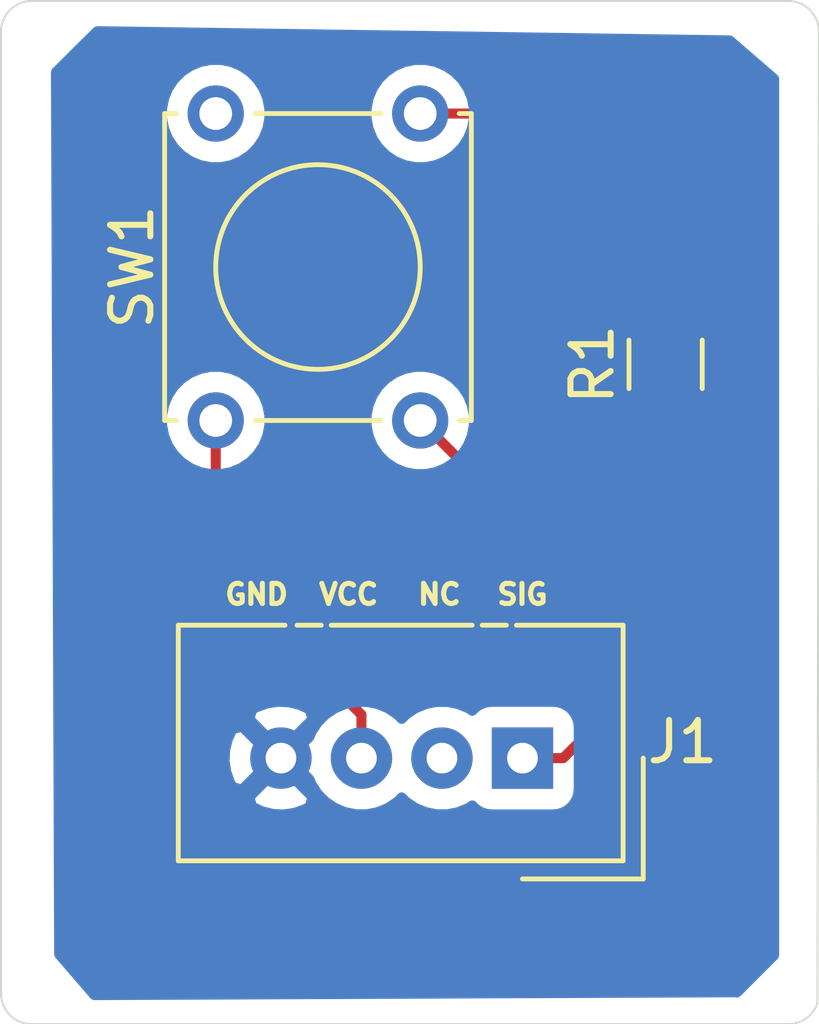
<source format=kicad_pcb>
(kicad_pcb (version 20171130) (host pcbnew "(5.1.4)-1")

  (general
    (thickness 1.6)
    (drawings 13)
    (tracks 15)
    (zones 0)
    (modules 3)
    (nets 5)
  )

  (page A4)
  (layers
    (0 F.Cu signal)
    (31 B.Cu signal)
    (32 B.Adhes user)
    (33 F.Adhes user)
    (34 B.Paste user)
    (35 F.Paste user)
    (36 B.SilkS user)
    (37 F.SilkS user)
    (38 B.Mask user)
    (39 F.Mask user)
    (40 Dwgs.User user)
    (41 Cmts.User user)
    (42 Eco1.User user)
    (43 Eco2.User user)
    (44 Edge.Cuts user)
    (45 Margin user)
    (46 B.CrtYd user)
    (47 F.CrtYd user)
    (48 B.Fab user)
    (49 F.Fab user)
  )

  (setup
    (last_trace_width 0.25)
    (trace_clearance 0.2)
    (zone_clearance 0.508)
    (zone_45_only no)
    (trace_min 0.2)
    (via_size 0.8)
    (via_drill 0.4)
    (via_min_size 0.4)
    (via_min_drill 0.3)
    (uvia_size 0.3)
    (uvia_drill 0.1)
    (uvias_allowed no)
    (uvia_min_size 0.2)
    (uvia_min_drill 0.1)
    (edge_width 0.05)
    (segment_width 0.2)
    (pcb_text_width 0.3)
    (pcb_text_size 1.5 1.5)
    (mod_edge_width 0.12)
    (mod_text_size 1 1)
    (mod_text_width 0.15)
    (pad_size 1.524 1.524)
    (pad_drill 0.762)
    (pad_to_mask_clearance 0.051)
    (solder_mask_min_width 0.25)
    (aux_axis_origin 0 0)
    (visible_elements 7FFFFFFF)
    (pcbplotparams
      (layerselection 0x010fc_ffffffff)
      (usegerberextensions false)
      (usegerberattributes false)
      (usegerberadvancedattributes false)
      (creategerberjobfile false)
      (excludeedgelayer true)
      (linewidth 0.100000)
      (plotframeref false)
      (viasonmask false)
      (mode 1)
      (useauxorigin false)
      (hpglpennumber 1)
      (hpglpenspeed 20)
      (hpglpendiameter 15.000000)
      (psnegative false)
      (psa4output false)
      (plotreference true)
      (plotvalue true)
      (plotinvisibletext false)
      (padsonsilk false)
      (subtractmaskfromsilk false)
      (outputformat 1)
      (mirror false)
      (drillshape 1)
      (scaleselection 1)
      (outputdirectory ""))
  )

  (net 0 "")
  (net 1 SIG)
  (net 2 NC)
  (net 3 VCC)
  (net 4 GND)

  (net_class Default "Esta es la clase de red por defecto."
    (clearance 0.2)
    (trace_width 0.25)
    (via_dia 0.8)
    (via_drill 0.4)
    (uvia_dia 0.3)
    (uvia_drill 0.1)
    (add_net GND)
    (add_net NC)
    (add_net SIG)
    (add_net VCC)
  )

  (module Connector:NS-Tech_Grove_1x04_P2mm_Vertical (layer F.Cu) (tedit 5A2A5779) (tstamp 5E9551C4)
    (at 147.574 115.316 270)
    (descr https://statics3.seeedstudio.com/images/opl/datasheet/3470130P1.pdf)
    (tags Grove-1x04)
    (path /5DCA8F5E)
    (fp_text reference J1 (at -0.402 -3.976 180) (layer F.SilkS)
      (effects (font (size 1 1) (thickness 0.15)))
    )
    (fp_text value Conn_01x04 (at 4.19 2.83) (layer F.Fab)
      (effects (font (size 1 1) (thickness 0.15)))
    )
    (fp_text user %R (at -2 2) (layer F.Fab)
      (effects (font (size 1 1) (thickness 0.15)))
    )
    (fp_line (start 0.9 0) (end 2.2 1) (layer F.Fab) (width 0.1))
    (fp_line (start 2.2 -1) (end 0.9 0) (layer F.Fab) (width 0.1))
    (fp_line (start 3 -3) (end 3 0) (layer F.SilkS) (width 0.12))
    (fp_line (start 0 -3) (end 3 -3) (layer F.SilkS) (width 0.12))
    (fp_line (start -3.45 -2.65) (end -3.45 8.7) (layer F.CrtYd) (width 0.05))
    (fp_line (start -3.45 8.7) (end 2.7 8.7) (layer F.CrtYd) (width 0.05))
    (fp_line (start 2.7 8.7) (end 2.7 -2.65) (layer F.CrtYd) (width 0.05))
    (fp_line (start -3.45 -2.65) (end 2.7 -2.65) (layer F.CrtYd) (width 0.05))
    (fp_line (start -3.3 5) (end -3.3 5.6) (layer F.SilkS) (width 0.12))
    (fp_line (start -3.3 0.4) (end -3.3 1) (layer F.SilkS) (width 0.12))
    (fp_line (start 2.55 -2.5) (end 2.55 8.55) (layer F.SilkS) (width 0.12))
    (fp_line (start -3.3 -2.5) (end 2.55 -2.5) (layer F.SilkS) (width 0.12))
    (fp_line (start -3.3 1.25) (end -3.3 4.75) (layer F.SilkS) (width 0.12))
    (fp_line (start -3.3 8.55) (end 2.55 8.55) (layer F.SilkS) (width 0.12))
    (fp_line (start -3.3 -2.5) (end -3.3 0.15) (layer F.SilkS) (width 0.12))
    (fp_line (start -3.3 5.9) (end -3.3 8.55) (layer F.SilkS) (width 0.12))
    (fp_line (start -2.9 -2.1) (end 2.2 -2.1) (layer F.Fab) (width 0.1))
    (fp_line (start 2.2 -2.1) (end 2.2 8.1) (layer F.Fab) (width 0.1))
    (fp_line (start 2.2 8.1) (end -2.9 8.1) (layer F.Fab) (width 0.1))
    (fp_line (start -2.9 8.1) (end -2.9 -2.1) (layer F.Fab) (width 0.1))
    (pad 1 thru_hole rect (at 0 0 270) (size 1.524 1.524) (drill 0.762) (layers *.Cu *.Mask)
      (net 1 SIG))
    (pad 2 thru_hole circle (at 0 2 270) (size 1.524 1.524) (drill 0.762) (layers *.Cu *.Mask)
      (net 2 NC))
    (pad 3 thru_hole circle (at 0 4 270) (size 1.524 1.524) (drill 0.762) (layers *.Cu *.Mask)
      (net 3 VCC))
    (pad 4 thru_hole circle (at 0 6 270) (size 1.524 1.524) (drill 0.762) (layers *.Cu *.Mask)
      (net 4 GND))
    (model ${KISYS3DMOD}/Connector.3dshapes/NS-Tech_Grove_1x04_P2mm_Vertical.wrl
      (at (xyz 0 0 0))
      (scale (xyz 0.3937 0.3937 0.3937))
      (rotate (xyz 0 0 -90))
    )
  )

  (module Resistor_SMD:R_1206_3216Metric (layer F.Cu) (tedit 5B301BBD) (tstamp 5E9551D5)
    (at 151.13 105.54 90)
    (descr "Resistor SMD 1206 (3216 Metric), square (rectangular) end terminal, IPC_7351 nominal, (Body size source: http://www.tortai-tech.com/upload/download/2011102023233369053.pdf), generated with kicad-footprint-generator")
    (tags resistor)
    (path /5DC9DC10)
    (attr smd)
    (fp_text reference R1 (at 0 -1.82 90) (layer F.SilkS)
      (effects (font (size 1 1) (thickness 0.15)))
    )
    (fp_text value 10K (at 0 1.82 90) (layer F.Fab)
      (effects (font (size 1 1) (thickness 0.15)))
    )
    (fp_line (start -1.6 0.8) (end -1.6 -0.8) (layer F.Fab) (width 0.1))
    (fp_line (start -1.6 -0.8) (end 1.6 -0.8) (layer F.Fab) (width 0.1))
    (fp_line (start 1.6 -0.8) (end 1.6 0.8) (layer F.Fab) (width 0.1))
    (fp_line (start 1.6 0.8) (end -1.6 0.8) (layer F.Fab) (width 0.1))
    (fp_line (start -0.602064 -0.91) (end 0.602064 -0.91) (layer F.SilkS) (width 0.12))
    (fp_line (start -0.602064 0.91) (end 0.602064 0.91) (layer F.SilkS) (width 0.12))
    (fp_line (start -2.28 1.12) (end -2.28 -1.12) (layer F.CrtYd) (width 0.05))
    (fp_line (start -2.28 -1.12) (end 2.28 -1.12) (layer F.CrtYd) (width 0.05))
    (fp_line (start 2.28 -1.12) (end 2.28 1.12) (layer F.CrtYd) (width 0.05))
    (fp_line (start 2.28 1.12) (end -2.28 1.12) (layer F.CrtYd) (width 0.05))
    (fp_text user %R (at 0.13 0 90) (layer F.Fab)
      (effects (font (size 0.8 0.8) (thickness 0.12)))
    )
    (pad 1 smd roundrect (at -1.4 0 90) (size 1.25 1.75) (layers F.Cu F.Paste F.Mask) (roundrect_rratio 0.2)
      (net 4 GND))
    (pad 2 smd roundrect (at 1.4 0 90) (size 1.25 1.75) (layers F.Cu F.Paste F.Mask) (roundrect_rratio 0.2)
      (net 1 SIG))
    (model ${KISYS3DMOD}/Resistor_SMD.3dshapes/R_1206_3216Metric.wrl
      (at (xyz 0 0 0))
      (scale (xyz 1 1 1))
      (rotate (xyz 0 0 0))
    )
  )

  (module Button_Switch_THT:SW_Tactile_Straight_KSL0Axx1LFTR (layer F.Cu) (tedit 5A02FE31) (tstamp 5E9551EF)
    (at 139.954 106.934 90)
    (descr "SW PUSH SMALL http://www.ckswitches.com/media/1457/ksa_ksl.pdf")
    (tags "SW PUSH SMALL Tactile C&K")
    (path /5E95068B)
    (fp_text reference SW1 (at 3.81 -2.08 90) (layer F.SilkS)
      (effects (font (size 1 1) (thickness 0.15)))
    )
    (fp_text value SW_Push (at 3.81 7.28 90) (layer F.Fab)
      (effects (font (size 1 1) (thickness 0.15)))
    )
    (fp_line (start 7.51 6.24) (end 0.11 6.24) (layer F.Fab) (width 0.1))
    (fp_line (start 7.51 -1.16) (end 7.51 6.24) (layer F.Fab) (width 0.1))
    (fp_line (start 0.11 -1.16) (end 7.51 -1.16) (layer F.Fab) (width 0.1))
    (fp_line (start 0.11 6.24) (end 0.11 -1.16) (layer F.Fab) (width 0.1))
    (fp_text user %R (at 3.81 2.54 90) (layer F.Fab)
      (effects (font (size 1 1) (thickness 0.15)))
    )
    (fp_line (start 0 -1.27) (end 7.62 -1.27) (layer F.SilkS) (width 0.12))
    (fp_line (start 7.62 -1.27) (end 7.62 -0.97) (layer F.SilkS) (width 0.12))
    (fp_line (start 7.62 6.35) (end 0 6.35) (layer F.SilkS) (width 0.12))
    (fp_line (start 0 -1.27) (end 0 -0.97) (layer F.SilkS) (width 0.12))
    (fp_line (start 7.62 0.97) (end 7.62 4.11) (layer F.SilkS) (width 0.12))
    (fp_line (start 0 0.97) (end 0 4.11) (layer F.SilkS) (width 0.12))
    (fp_line (start -0.95 -1.41) (end 8.57 -1.41) (layer F.CrtYd) (width 0.05))
    (fp_line (start -0.95 -1.41) (end -0.95 6.49) (layer F.CrtYd) (width 0.05))
    (fp_line (start 8.57 6.49) (end 8.57 -1.41) (layer F.CrtYd) (width 0.05))
    (fp_line (start 8.57 6.49) (end -0.95 6.49) (layer F.CrtYd) (width 0.05))
    (fp_line (start 7.62 6.05) (end 7.62 6.35) (layer F.SilkS) (width 0.12))
    (fp_line (start 0 6.05) (end 0 6.35) (layer F.SilkS) (width 0.12))
    (fp_circle (center 3.81 2.54) (end 3.81 0) (layer F.SilkS) (width 0.12))
    (pad 1 thru_hole circle (at 7.62 0 90) (size 1.397 1.397) (drill 0.8128) (layers *.Cu *.Mask)
      (net 3 VCC))
    (pad 2 thru_hole circle (at 7.62 5.08 90) (size 1.397 1.397) (drill 0.8128) (layers *.Cu *.Mask)
      (net 1 SIG))
    (pad 1 thru_hole circle (at 0 0 90) (size 1.397 1.397) (drill 0.8128) (layers *.Cu *.Mask)
      (net 3 VCC))
    (pad 2 thru_hole circle (at 0 5.08 90) (size 1.397 1.397) (drill 0.8128) (layers *.Cu *.Mask)
      (net 1 SIG))
    (model ${KISYS3DMOD}/Button_Switch_THT.3dshapes/SW_Tactile_Straight_KSL0Axx1LFTR.wrl
      (at (xyz 0 0 0))
      (scale (xyz 1 1 1))
      (rotate (xyz 0 0 0))
    )
  )

  (gr_text "Button Grove\n" (at 152.4 108.712 90) (layer B.Paste)
    (effects (font (size 1 1) (thickness 0.15)) (justify mirror))
  )
  (gr_arc (start 135.382 121.158) (end 134.62 121.158) (angle -90) (layer Edge.Cuts) (width 0.05))
  (gr_arc (start 135.382 97.282) (end 135.382 96.52) (angle -90) (layer Edge.Cuts) (width 0.05))
  (gr_arc (start 154.178 97.282) (end 154.94 97.282) (angle -90) (layer Edge.Cuts) (width 0.05))
  (gr_arc (start 154.178 121.158) (end 154.178 121.92) (angle -71.56505118) (layer Edge.Cuts) (width 0.05))
  (gr_line (start 135.382 121.92) (end 154.178 121.92) (layer Edge.Cuts) (width 0.05))
  (gr_line (start 134.62 97.282) (end 134.62 121.158) (layer Edge.Cuts) (width 0.05))
  (gr_line (start 154.178 96.52) (end 135.382 96.52) (layer Edge.Cuts) (width 0.05))
  (gr_line (start 154.900897 121.398966) (end 154.94 97.282) (layer Edge.Cuts) (width 0.05))
  (gr_text SIG (at 147.574 111.252) (layer F.SilkS)
    (effects (font (size 0.5 0.5) (thickness 0.125)))
  )
  (gr_text "NC\n" (at 145.51 111.252) (layer F.SilkS)
    (effects (font (size 0.5 0.5) (thickness 0.125)))
  )
  (gr_text "VCC\n" (at 143.256 111.252) (layer F.SilkS)
    (effects (font (size 0.5 0.5) (thickness 0.125)))
  )
  (gr_text "GND\n" (at 140.97 111.252) (layer F.SilkS)
    (effects (font (size 0.5 0.5) (thickness 0.125)))
  )

  (segment (start 146.304 99.314) (end 151.13 104.14) (width 0.25) (layer F.Cu) (net 1))
  (segment (start 145.034 99.314) (end 146.304 99.314) (width 0.25) (layer F.Cu) (net 1))
  (segment (start 148.586 115.316) (end 149.352 114.55) (width 0.25) (layer F.Cu) (net 1))
  (segment (start 147.574 115.316) (end 148.586 115.316) (width 0.25) (layer F.Cu) (net 1))
  (segment (start 149.352 111.252) (end 145.034 106.934) (width 0.25) (layer F.Cu) (net 1))
  (segment (start 149.352 114.55) (end 149.352 111.252) (width 0.25) (layer F.Cu) (net 1))
  (segment (start 143.574 114.23837) (end 142.61963 113.284) (width 0.25) (layer F.Cu) (net 3))
  (segment (start 143.574 115.316) (end 143.574 114.23837) (width 0.25) (layer F.Cu) (net 3))
  (segment (start 142.61963 113.284) (end 140.208 113.284) (width 0.25) (layer F.Cu) (net 3))
  (segment (start 140.208 113.284) (end 139.954 113.03) (width 0.25) (layer F.Cu) (net 3))
  (segment (start 139.954 113.03) (end 139.954 106.934) (width 0.25) (layer F.Cu) (net 3))
  (segment (start 146.512 120.254) (end 141.574 115.316) (width 0.25) (layer F.Cu) (net 4))
  (segment (start 151.13 118.924) (end 149.8 120.254) (width 0.25) (layer F.Cu) (net 4))
  (segment (start 149.8 120.254) (end 146.512 120.254) (width 0.25) (layer F.Cu) (net 4))
  (segment (start 151.13 106.94) (end 151.13 118.924) (width 0.25) (layer F.Cu) (net 4))

  (zone (net 4) (net_name GND) (layer B.Cu) (tstamp 0) (hatch edge 0.508)
    (connect_pads (clearance 0.508))
    (min_thickness 0.254)
    (fill yes (arc_segments 32) (thermal_gap 0.508) (thermal_bridge_width 0.508))
    (polygon
      (pts
        (xy 152.93 121.284) (xy 153.95 120.264) (xy 153.95 98.394) (xy 152.77 97.374) (xy 136.96 97.144)
        (xy 135.86 98.234) (xy 135.94 120.234) (xy 136.88 121.324) (xy 152.85 121.254)
      )
    )
    (filled_polygon
      (pts
        (xy 152.721925 97.500314) (xy 153.823 98.452091) (xy 153.823 120.211394) (xy 152.898022 121.136372) (xy 152.894593 121.135086)
        (xy 152.870537 121.128671) (xy 152.849443 121.127001) (xy 136.93796 121.196745) (xy 136.066828 120.186603) (xy 136.052629 116.281565)
        (xy 140.78804 116.281565) (xy 140.85502 116.521656) (xy 141.104048 116.638756) (xy 141.371135 116.705023) (xy 141.646017 116.71791)
        (xy 141.918133 116.676922) (xy 142.177023 116.583636) (xy 142.29298 116.521656) (xy 142.35996 116.281565) (xy 141.574 115.495605)
        (xy 140.78804 116.281565) (xy 136.052629 116.281565) (xy 136.049379 115.388017) (xy 140.17209 115.388017) (xy 140.213078 115.660133)
        (xy 140.306364 115.919023) (xy 140.368344 116.03498) (xy 140.608435 116.10196) (xy 141.394395 115.316) (xy 141.753605 115.316)
        (xy 142.279895 115.84229) (xy 142.335995 115.977727) (xy 142.48888 116.206535) (xy 142.683465 116.40112) (xy 142.912273 116.554005)
        (xy 143.16651 116.659314) (xy 143.436408 116.713) (xy 143.711592 116.713) (xy 143.98149 116.659314) (xy 144.235727 116.554005)
        (xy 144.464535 116.40112) (xy 144.574 116.291655) (xy 144.683465 116.40112) (xy 144.912273 116.554005) (xy 145.16651 116.659314)
        (xy 145.436408 116.713) (xy 145.711592 116.713) (xy 145.98149 116.659314) (xy 146.235727 116.554005) (xy 146.32967 116.491234)
        (xy 146.360815 116.529185) (xy 146.457506 116.608537) (xy 146.56782 116.667502) (xy 146.687518 116.703812) (xy 146.812 116.716072)
        (xy 148.336 116.716072) (xy 148.460482 116.703812) (xy 148.58018 116.667502) (xy 148.690494 116.608537) (xy 148.787185 116.529185)
        (xy 148.866537 116.432494) (xy 148.925502 116.32218) (xy 148.961812 116.202482) (xy 148.974072 116.078) (xy 148.974072 114.554)
        (xy 148.961812 114.429518) (xy 148.925502 114.30982) (xy 148.866537 114.199506) (xy 148.787185 114.102815) (xy 148.690494 114.023463)
        (xy 148.58018 113.964498) (xy 148.460482 113.928188) (xy 148.336 113.915928) (xy 146.812 113.915928) (xy 146.687518 113.928188)
        (xy 146.56782 113.964498) (xy 146.457506 114.023463) (xy 146.360815 114.102815) (xy 146.32967 114.140766) (xy 146.235727 114.077995)
        (xy 145.98149 113.972686) (xy 145.711592 113.919) (xy 145.436408 113.919) (xy 145.16651 113.972686) (xy 144.912273 114.077995)
        (xy 144.683465 114.23088) (xy 144.574 114.340345) (xy 144.464535 114.23088) (xy 144.235727 114.077995) (xy 143.98149 113.972686)
        (xy 143.711592 113.919) (xy 143.436408 113.919) (xy 143.16651 113.972686) (xy 142.912273 114.077995) (xy 142.683465 114.23088)
        (xy 142.48888 114.425465) (xy 142.335995 114.654273) (xy 142.279895 114.78971) (xy 141.753605 115.316) (xy 141.394395 115.316)
        (xy 140.608435 114.53004) (xy 140.368344 114.59702) (xy 140.251244 114.846048) (xy 140.184977 115.113135) (xy 140.17209 115.388017)
        (xy 136.049379 115.388017) (xy 136.045607 114.350435) (xy 140.78804 114.350435) (xy 141.574 115.136395) (xy 142.35996 114.350435)
        (xy 142.29298 114.110344) (xy 142.043952 113.993244) (xy 141.776865 113.926977) (xy 141.501983 113.91409) (xy 141.229867 113.955078)
        (xy 140.970977 114.048364) (xy 140.85502 114.110344) (xy 140.78804 114.350435) (xy 136.045607 114.350435) (xy 136.01816 106.802662)
        (xy 138.6205 106.802662) (xy 138.6205 107.065338) (xy 138.671746 107.322968) (xy 138.772268 107.565649) (xy 138.918203 107.784057)
        (xy 139.103943 107.969797) (xy 139.322351 108.115732) (xy 139.565032 108.216254) (xy 139.822662 108.2675) (xy 140.085338 108.2675)
        (xy 140.342968 108.216254) (xy 140.585649 108.115732) (xy 140.804057 107.969797) (xy 140.989797 107.784057) (xy 141.135732 107.565649)
        (xy 141.236254 107.322968) (xy 141.2875 107.065338) (xy 141.2875 106.802662) (xy 143.7005 106.802662) (xy 143.7005 107.065338)
        (xy 143.751746 107.322968) (xy 143.852268 107.565649) (xy 143.998203 107.784057) (xy 144.183943 107.969797) (xy 144.402351 108.115732)
        (xy 144.645032 108.216254) (xy 144.902662 108.2675) (xy 145.165338 108.2675) (xy 145.422968 108.216254) (xy 145.665649 108.115732)
        (xy 145.884057 107.969797) (xy 146.069797 107.784057) (xy 146.215732 107.565649) (xy 146.316254 107.322968) (xy 146.3675 107.065338)
        (xy 146.3675 106.802662) (xy 146.316254 106.545032) (xy 146.215732 106.302351) (xy 146.069797 106.083943) (xy 145.884057 105.898203)
        (xy 145.665649 105.752268) (xy 145.422968 105.651746) (xy 145.165338 105.6005) (xy 144.902662 105.6005) (xy 144.645032 105.651746)
        (xy 144.402351 105.752268) (xy 144.183943 105.898203) (xy 143.998203 106.083943) (xy 143.852268 106.302351) (xy 143.751746 106.545032)
        (xy 143.7005 106.802662) (xy 141.2875 106.802662) (xy 141.236254 106.545032) (xy 141.135732 106.302351) (xy 140.989797 106.083943)
        (xy 140.804057 105.898203) (xy 140.585649 105.752268) (xy 140.342968 105.651746) (xy 140.085338 105.6005) (xy 139.822662 105.6005)
        (xy 139.565032 105.651746) (xy 139.322351 105.752268) (xy 139.103943 105.898203) (xy 138.918203 106.083943) (xy 138.772268 106.302351)
        (xy 138.671746 106.545032) (xy 138.6205 106.802662) (xy 136.01816 106.802662) (xy 135.990451 99.182662) (xy 138.6205 99.182662)
        (xy 138.6205 99.445338) (xy 138.671746 99.702968) (xy 138.772268 99.945649) (xy 138.918203 100.164057) (xy 139.103943 100.349797)
        (xy 139.322351 100.495732) (xy 139.565032 100.596254) (xy 139.822662 100.6475) (xy 140.085338 100.6475) (xy 140.342968 100.596254)
        (xy 140.585649 100.495732) (xy 140.804057 100.349797) (xy 140.989797 100.164057) (xy 141.135732 99.945649) (xy 141.236254 99.702968)
        (xy 141.2875 99.445338) (xy 141.2875 99.182662) (xy 143.7005 99.182662) (xy 143.7005 99.445338) (xy 143.751746 99.702968)
        (xy 143.852268 99.945649) (xy 143.998203 100.164057) (xy 144.183943 100.349797) (xy 144.402351 100.495732) (xy 144.645032 100.596254)
        (xy 144.902662 100.6475) (xy 145.165338 100.6475) (xy 145.422968 100.596254) (xy 145.665649 100.495732) (xy 145.884057 100.349797)
        (xy 146.069797 100.164057) (xy 146.215732 99.945649) (xy 146.316254 99.702968) (xy 146.3675 99.445338) (xy 146.3675 99.182662)
        (xy 146.316254 98.925032) (xy 146.215732 98.682351) (xy 146.069797 98.463943) (xy 145.884057 98.278203) (xy 145.665649 98.132268)
        (xy 145.422968 98.031746) (xy 145.165338 97.9805) (xy 144.902662 97.9805) (xy 144.645032 98.031746) (xy 144.402351 98.132268)
        (xy 144.183943 98.278203) (xy 143.998203 98.463943) (xy 143.852268 98.682351) (xy 143.751746 98.925032) (xy 143.7005 99.182662)
        (xy 141.2875 99.182662) (xy 141.236254 98.925032) (xy 141.135732 98.682351) (xy 140.989797 98.463943) (xy 140.804057 98.278203)
        (xy 140.585649 98.132268) (xy 140.342968 98.031746) (xy 140.085338 97.9805) (xy 139.822662 97.9805) (xy 139.565032 98.031746)
        (xy 139.322351 98.132268) (xy 139.103943 98.278203) (xy 138.918203 98.463943) (xy 138.772268 98.682351) (xy 138.671746 98.925032)
        (xy 138.6205 99.182662) (xy 135.990451 99.182662) (xy 135.987193 98.286755) (xy 137.011496 97.271763)
      )
    )
  )
)

</source>
